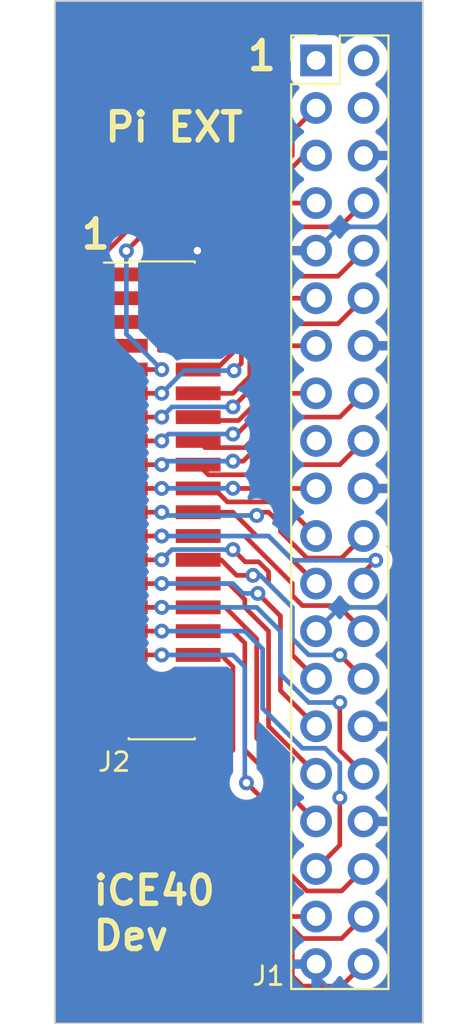
<source format=kicad_pcb>
(kicad_pcb (version 20221018) (generator pcbnew)
  (layers (0 "F.Cu" signal) (31 "B.Cu" signal) (34 "B.Paste" user) (35 "F.Paste" user) (36 "B.SilkS" user "B.Silkscreen") (37 "F.SilkS" user "F.Silkscreen") (38 "B.Mask" user) (39 "F.Mask" user) (44 "Edge.Cuts" user))
  (net 0 "")
  (net 3 "pin_3")
  (net 5 "pin_5")
  (net 6 "GND")
  (net 7 "pin_7")
  (net 8 "pin_8")
  (net 9 "pin_10")
  (net 10 "pin_11")
  (net 11 "pin_12")
  (net 12 "pin_13")
  (net 13 "pin_15")
  (net 14 "pin_16")
  (net 16 "pin_18")
  (net 17 "pin_19")
  (net 18 "pin_21")
  (net 19 "pin_22")
  (net 20 "pin_23")
  (net 21 "pin_24")
  (net 22 "pin_26")
  (net 23 "pin_27")
  (net 24 "pin_28")
  (net 25 "pin_29")
  (net 26 "pin_31")
  (net 27 "pin_32")
  (net 28 "pin_33")
  (net 29 "pin_35")
  (net 30 "pin_36")
  (net 31 "pin_37")
  (net 32 "pin_38")
  (net 33 "pin_40")
  (footprint "Connector_PinHeader_1.27mm:PinHeader_2x20_P1.27mm_Vertical_SMD" (layer "F.Cu") (at 136.525 97.155)
    (fp_text reference "J2" (at -2.54 13.97) (layer "F.SilkS"))
    (fp_text value "iCE40HX8K-EVB-EXT1")
    (fp_line (start -3.09 -12.695) (end -1.765 -12.695) (stroke (width 0.12)) (layer "F.SilkS"))
    (fp_line (start -1.765 -12.76) (end -1.765 -12.695) (stroke (width 0.12)) (layer "F.SilkS"))
    (fp_line (start -1.765 -12.76) (end 1.765 -12.76) (stroke (width 0.12)) (layer "F.SilkS"))
    (fp_line (start -1.765 12.695) (end -1.765 12.76) (stroke (width 0.12)) (layer "F.SilkS"))
    (fp_line (start -1.765 12.76) (end 1.765 12.76) (stroke (width 0.12)) (layer "F.SilkS"))
    (fp_line (start 1.765 -12.76) (end 1.765 -12.695) (stroke (width 0.12)) (layer "F.SilkS"))
    (fp_line (start 1.765 12.695) (end 1.765 12.76) (stroke (width 0.12)) (layer "F.SilkS"))
    (pad "1" smd rect (at -1.95 -12.065) (size 2.4 0.74) (layers "F.Cu" "F.Paste" "F.Mask"))
    (pad "2" smd rect (at 1.95 -12.065) (size 2.4 0.74) (layers "F.Cu" "F.Paste" "F.Mask") (net 6 "GND"))
    (pad "3" smd rect (at -1.95 -10.795) (size 2.4 0.74) (layers "F.Cu" "F.Paste" "F.Mask"))
    (pad "4" smd rect (at 1.95 -10.795) (size 2.4 0.74) (layers "F.Cu" "F.Paste" "F.Mask") (net 6 "GND"))
    (pad "5" smd rect (at -1.95 -9.525) (size 2.4 0.74) (layers "F.Cu" "F.Paste" "F.Mask"))
    (pad "6" smd rect (at 1.95 -9.525) (size 2.4 0.74) (layers "F.Cu" "F.Paste" "F.Mask"))
    (pad "7" smd rect (at -1.95 -8.255) (size 2.4 0.74) (layers "F.Cu" "F.Paste" "F.Mask") (net 3 "pin_3"))
    (pad "8" smd rect (at 1.95 -8.255) (size 2.4 0.74) (layers "F.Cu" "F.Paste" "F.Mask") (net 6 "GND"))
    (pad "9" smd rect (at -1.95 -6.985) (size 2.4 0.74) (layers "F.Cu" "F.Paste" "F.Mask") (net 5 "pin_5"))
    (pad "10" smd rect (at 1.95 -6.985) (size 2.4 0.74) (layers "F.Cu" "F.Paste" "F.Mask") (net 7 "pin_7"))
    (pad "11" smd rect (at -1.95 -5.715) (size 2.4 0.74) (layers "F.Cu" "F.Paste" "F.Mask") (net 8 "pin_8"))
    (pad "12" smd rect (at 1.95 -5.715) (size 2.4 0.74) (layers "F.Cu" "F.Paste" "F.Mask") (net 9 "pin_10"))
    (pad "13" smd rect (at -1.95 -4.445) (size 2.4 0.74) (layers "F.Cu" "F.Paste" "F.Mask") (net 10 "pin_11"))
    (pad "14" smd rect (at 1.95 -4.445) (size 2.4 0.74) (layers "F.Cu" "F.Paste" "F.Mask") (net 11 "pin_12"))
    (pad "15" smd rect (at -1.95 -3.175) (size 2.4 0.74) (layers "F.Cu" "F.Paste" "F.Mask") (net 12 "pin_13"))
    (pad "16" smd rect (at 1.95 -3.175) (size 2.4 0.74) (layers "F.Cu" "F.Paste" "F.Mask") (net 13 "pin_15"))
    (pad "17" smd rect (at -1.95 -1.905) (size 2.4 0.74) (layers "F.Cu" "F.Paste" "F.Mask") (net 14 "pin_16"))
    (pad "18" smd rect (at 1.95 -1.905) (size 2.4 0.74) (layers "F.Cu" "F.Paste" "F.Mask") (net 16 "pin_18"))
    (pad "19" smd rect (at -1.95 -0.635) (size 2.4 0.74) (layers "F.Cu" "F.Paste" "F.Mask") (net 17 "pin_19"))
    (pad "20" smd rect (at 1.95 -0.635) (size 2.4 0.74) (layers "F.Cu" "F.Paste" "F.Mask") (net 18 "pin_21"))
    (pad "21" smd rect (at -1.95 0.635) (size 2.4 0.74) (layers "F.Cu" "F.Paste" "F.Mask") (net 19 "pin_22"))
    (pad "22" smd rect (at 1.95 0.635) (size 2.4 0.74) (layers "F.Cu" "F.Paste" "F.Mask") (net 20 "pin_23"))
    (pad "23" smd rect (at -1.95 1.905) (size 2.4 0.74) (layers "F.Cu" "F.Paste" "F.Mask") (net 21 "pin_24"))
    (pad "24" smd rect (at 1.95 1.905) (size 2.4 0.74) (layers "F.Cu" "F.Paste" "F.Mask") (net 22 "pin_26"))
    (pad "25" smd rect (at -1.95 3.175) (size 2.4 0.74) (layers "F.Cu" "F.Paste" "F.Mask") (net 23 "pin_27"))
    (pad "26" smd rect (at 1.95 3.175) (size 2.4 0.74) (layers "F.Cu" "F.Paste" "F.Mask") (net 24 "pin_28"))
    (pad "27" smd rect (at -1.95 4.445) (size 2.4 0.74) (layers "F.Cu" "F.Paste" "F.Mask") (net 25 "pin_29"))
    (pad "28" smd rect (at 1.95 4.445) (size 2.4 0.74) (layers "F.Cu" "F.Paste" "F.Mask") (net 26 "pin_31"))
    (pad "29" smd rect (at -1.95 5.715) (size 2.4 0.74) (layers "F.Cu" "F.Paste" "F.Mask") (net 27 "pin_32"))
    (pad "30" smd rect (at 1.95 5.715) (size 2.4 0.74) (layers "F.Cu" "F.Paste" "F.Mask") (net 28 "pin_33"))
    (pad "31" smd rect (at -1.95 6.985) (size 2.4 0.74) (layers "F.Cu" "F.Paste" "F.Mask") (net 29 "pin_35"))
    (pad "32" smd rect (at 1.95 6.985) (size 2.4 0.74) (layers "F.Cu" "F.Paste" "F.Mask") (net 30 "pin_36"))
    (pad "33" smd rect (at -1.95 8.255) (size 2.4 0.74) (layers "F.Cu" "F.Paste" "F.Mask") (net 31 "pin_37"))
    (pad "34" smd rect (at 1.95 8.255) (size 2.4 0.74) (layers "F.Cu" "F.Paste" "F.Mask") (net 32 "pin_38"))
    (pad "35" smd rect (at -1.95 9.525) (size 2.4 0.74) (layers "F.Cu" "F.Paste" "F.Mask") (net 33 "pin_40"))
    (pad "36" smd rect (at 1.95 9.525) (size 2.4 0.74) (layers "F.Cu" "F.Paste" "F.Mask"))
    (pad "37" smd rect (at -1.95 10.795) (size 2.4 0.74) (layers "F.Cu" "F.Paste" "F.Mask"))
    (pad "38" smd rect (at 1.95 10.795) (size 2.4 0.74) (layers "F.Cu" "F.Paste" "F.Mask"))
    (pad "39" smd rect (at -1.95 12.065) (size 2.4 0.74) (layers "F.Cu" "F.Paste" "F.Mask"))
    (pad "40" smd rect (at 1.95 12.065) (size 2.4 0.74) (layers "F.Cu" "F.Paste" "F.Mask"))
  )
  (footprint "Connector_PinHeader_2.54mm:PinHeader_2x20_P2.54mm_Vertical" (layer "F.Cu") (at 144.78 73.66)
    (fp_text reference "J1" (at -2.54 48.895) (layer "F.SilkS"))
    (fp_text value "Raspberry_Pi_2_3")
    (fp_line (start -1.33 -1.33) (end 0 -1.33) (stroke (width 0.12)) (layer "F.SilkS"))
    (fp_line (start -1.33 0) (end -1.33 -1.33) (stroke (width 0.12)) (layer "F.SilkS"))
    (fp_line (start -1.33 1.27) (end -1.33 49.59) (stroke (width 0.12)) (layer "F.SilkS"))
    (fp_line (start -1.33 1.27) (end 1.27 1.27) (stroke (width 0.12)) (layer "F.SilkS"))
    (fp_line (start -1.33 49.59) (end 3.87 49.59) (stroke (width 0.12)) (layer "F.SilkS"))
    (fp_line (start 1.27 -1.33) (end 3.87 -1.33) (stroke (width 0.12)) (layer "F.SilkS"))
    (fp_line (start 1.27 1.27) (end 1.27 -1.33) (stroke (width 0.12)) (layer "F.SilkS"))
    (fp_line (start 3.87 -1.33) (end 3.87 49.59) (stroke (width 0.12)) (layer "F.SilkS"))
    (pad "1" thru_hole rect (at 0 0) (size 1.7 1.7) (drill 1) (layers "*.Cu" "*.Mask"))
    (pad "2" thru_hole oval (at 2.54 0) (size 1.7 1.7) (drill 1) (layers "*.Cu" "*.Mask"))
    (pad "3" thru_hole oval (at 0 2.54) (size 1.7 1.7) (drill 1) (layers "*.Cu" "*.Mask") (net 3 "pin_3"))
    (pad "4" thru_hole oval (at 2.54 2.54) (size 1.7 1.7) (drill 1) (layers "*.Cu" "*.Mask"))
    (pad "5" thru_hole oval (at 0 5.08) (size 1.7 1.7) (drill 1) (layers "*.Cu" "*.Mask") (net 5 "pin_5"))
    (pad "6" thru_hole oval (at 2.54 5.08) (size 1.7 1.7) (drill 1) (layers "*.Cu" "*.Mask") (net 6 "GND"))
    (pad "7" thru_hole oval (at 0 7.62) (size 1.7 1.7) (drill 1) (layers "*.Cu" "*.Mask") (net 7 "pin_7"))
    (pad "8" thru_hole oval (at 2.54 7.62) (size 1.7 1.7) (drill 1) (layers "*.Cu" "*.Mask") (net 8 "pin_8"))
    (pad "9" thru_hole oval (at 0 10.16) (size 1.7 1.7) (drill 1) (layers "*.Cu" "*.Mask") (net 6 "GND"))
    (pad "10" thru_hole oval (at 2.54 10.16) (size 1.7 1.7) (drill 1) (layers "*.Cu" "*.Mask") (net 9 "pin_10"))
    (pad "11" thru_hole oval (at 0 12.7) (size 1.7 1.7) (drill 1) (layers "*.Cu" "*.Mask") (net 10 "pin_11"))
    (pad "12" thru_hole oval (at 2.54 12.7) (size 1.7 1.7) (drill 1) (layers "*.Cu" "*.Mask") (net 11 "pin_12"))
    (pad "13" thru_hole oval (at 0 15.24) (size 1.7 1.7) (drill 1) (layers "*.Cu" "*.Mask") (net 12 "pin_13"))
    (pad "14" thru_hole oval (at 2.54 15.24) (size 1.7 1.7) (drill 1) (layers "*.Cu" "*.Mask") (net 6 "GND"))
    (pad "15" thru_hole oval (at 0 17.78) (size 1.7 1.7) (drill 1) (layers "*.Cu" "*.Mask") (net 13 "pin_15"))
    (pad "16" thru_hole oval (at 2.54 17.78) (size 1.7 1.7) (drill 1) (layers "*.Cu" "*.Mask") (net 14 "pin_16"))
    (pad "17" thru_hole oval (at 0 20.32) (size 1.7 1.7) (drill 1) (layers "*.Cu" "*.Mask"))
    (pad "18" thru_hole oval (at 2.54 20.32) (size 1.7 1.7) (drill 1) (layers "*.Cu" "*.Mask") (net 16 "pin_18"))
    (pad "19" thru_hole oval (at 0 22.86) (size 1.7 1.7) (drill 1) (layers "*.Cu" "*.Mask") (net 17 "pin_19"))
    (pad "20" thru_hole oval (at 2.54 22.86) (size 1.7 1.7) (drill 1) (layers "*.Cu" "*.Mask") (net 6 "GND"))
    (pad "21" thru_hole oval (at 0 25.4) (size 1.7 1.7) (drill 1) (layers "*.Cu" "*.Mask") (net 18 "pin_21"))
    (pad "22" thru_hole oval (at 2.54 25.4) (size 1.7 1.7) (drill 1) (layers "*.Cu" "*.Mask") (net 19 "pin_22"))
    (pad "23" thru_hole oval (at 0 27.94) (size 1.7 1.7) (drill 1) (layers "*.Cu" "*.Mask") (net 20 "pin_23"))
    (pad "24" thru_hole oval (at 2.54 27.94) (size 1.7 1.7) (drill 1) (layers "*.Cu" "*.Mask") (net 21 "pin_24"))
    (pad "25" thru_hole oval (at 0 30.48) (size 1.7 1.7) (drill 1) (layers "*.Cu" "*.Mask") (net 6 "GND"))
    (pad "26" thru_hole oval (at 2.54 30.48) (size 1.7 1.7) (drill 1) (layers "*.Cu" "*.Mask") (net 22 "pin_26"))
    (pad "27" thru_hole oval (at 0 33.02) (size 1.7 1.7) (drill 1) (layers "*.Cu" "*.Mask") (net 23 "pin_27"))
    (pad "28" thru_hole oval (at 2.54 33.02) (size 1.7 1.7) (drill 1) (layers "*.Cu" "*.Mask") (net 24 "pin_28"))
    (pad "29" thru_hole oval (at 0 35.56) (size 1.7 1.7) (drill 1) (layers "*.Cu" "*.Mask") (net 25 "pin_29"))
    (pad "30" thru_hole oval (at 2.54 35.56) (size 1.7 1.7) (drill 1) (layers "*.Cu" "*.Mask") (net 6 "GND"))
    (pad "31" thru_hole oval (at 0 38.1) (size 1.7 1.7) (drill 1) (layers "*.Cu" "*.Mask") (net 26 "pin_31"))
    (pad "32" thru_hole oval (at 2.54 38.1) (size 1.7 1.7) (drill 1) (layers "*.Cu" "*.Mask") (net 27 "pin_32"))
    (pad "33" thru_hole oval (at 0 40.64) (size 1.7 1.7) (drill 1) (layers "*.Cu" "*.Mask") (net 28 "pin_33"))
    (pad "34" thru_hole oval (at 2.54 40.64) (size 1.7 1.7) (drill 1) (layers "*.Cu" "*.Mask") (net 6 "GND"))
    (pad "35" thru_hole oval (at 0 43.18) (size 1.7 1.7) (drill 1) (layers "*.Cu" "*.Mask") (net 29 "pin_35"))
    (pad "36" thru_hole oval (at 2.54 43.18) (size 1.7 1.7) (drill 1) (layers "*.Cu" "*.Mask") (net 30 "pin_36"))
    (pad "37" thru_hole oval (at 0 45.72) (size 1.7 1.7) (drill 1) (layers "*.Cu" "*.Mask") (net 31 "pin_37"))
    (pad "38" thru_hole oval (at 2.54 45.72) (size 1.7 1.7) (drill 1) (layers "*.Cu" "*.Mask") (net 32 "pin_38"))
    (pad "39" thru_hole oval (at 0 48.26) (size 1.7 1.7) (drill 1) (layers "*.Cu" "*.Mask") (net 6 "GND"))
    (pad "40" thru_hole oval (at 2.54 48.26) (size 1.7 1.7) (drill 1) (layers "*.Cu" "*.Mask") (net 33 "pin_40"))
  )
  (gr_rect (start 130.81 70.485) (end 150.495 125.095) (stroke (width 0.1)) (fill none) (layer "Edge.Cuts"))
  (gr_text "1" (at 132.08 83.82) (layer "F.SilkS") (effects (font (size 1.5 1.5) (thickness 0.3) bold) (justify left bottom)))
  (gr_text "iCE40\nDev" (at 132.715 121.285) (layer "F.SilkS") (effects (font (size 1.5 1.5) (thickness 0.3) bold) (justify left bottom)))
  (gr_text "Pi EXT" (at 133.35 78.105) (layer "F.SilkS") (effects (font (size 1.5 1.5) (thickness 0.3) bold) (justify left bottom)))
  (gr_text "1" (at 140.97 74.295) (layer "F.SilkS") (effects (font (size 1.5 1.5) (thickness 0.3) bold) (justify left bottom)))
  (segment (start 132.715 88.265) (end 133.35 88.9) (width 0.25) (layer "F.Cu") (net 3))
  (segment (start 143.508604 78.738604) (end 139.698604 82.548604) (width 0.25) (layer "F.Cu") (net 3))
  (segment (start 134.896396 82.548604) (end 132.715 84.73) (width 0.25) (layer "F.Cu") (net 3))
  (segment (start 133.35 88.9) (end 134.575 88.9) (width 0.25) (layer "F.Cu") (net 3))
  (segment (start 132.715 84.73) (end 132.715 88.265) (width 0.25) (layer "F.Cu") (net 3))
  (segment (start 143.508604 77.471396) (end 143.508604 78.738604) (width 0.25) (layer "F.Cu") (net 3))
  (segment (start 139.698604 82.548604) (end 134.896396 82.548604) (width 0.25) (layer "F.Cu") (net 3))
  (segment (start 144.78 76.2) (end 143.508604 77.471396) (width 0.25) (layer "F.Cu") (net 3))
  (segment (start 135.374598 83.095) (end 139.788604 83.095) (width 0.25) (layer "F.Cu") (net 5))
  (segment (start 134.634799 83.834799) (end 135.374598 83.095) (width 0.25) (layer "F.Cu") (net 5))
  (segment (start 136.525 90.17) (end 134.575 90.17) (width 0.25) (layer "F.Cu") (net 5))
  (segment (start 139.788604 83.095) (end 144.143604 78.74) (width 0.25) (layer "F.Cu") (net 5))
  (segment (start 144.143604 78.74) (end 144.78 78.74) (width 0.25) (layer "F.Cu") (net 5))
  (via (at 136.525 90.17) (size 0.8) (drill 0.4) (layers "F.Cu" "B.Cu") (net 5))
  (via (at 134.634799 83.834799) (size 0.8) (drill 0.4) (layers "F.Cu" "B.Cu") (net 5))
  (segment (start 134.634799 88.279799) (end 136.525 90.17) (width 0.25) (layer "B.Cu") (net 5))
  (segment (start 134.634799 83.834799) (end 134.634799 88.279799) (width 0.25) (layer "B.Cu") (net 5))
  (segment (start 138.475 86.36) (end 138.475 85.09) (width 0.25) (layer "F.Cu") (net 6))
  (segment (start 136.525 88.265) (end 136.525 85.725) (width 0.25) (layer "F.Cu") (net 6))
  (segment (start 137.16 88.9) (end 136.525 88.265) (width 0.25) (layer "F.Cu") (net 6))
  (segment (start 137.16 85.09) (end 138.475 85.09) (width 0.25) (layer "F.Cu") (net 6))
  (segment (start 138.475 83.865) (end 138.43 83.82) (width 0.25) (layer "F.Cu") (net 6))
  (segment (start 138.475 88.9) (end 137.16 88.9) (width 0.25) (layer "F.Cu") (net 6))
  (segment (start 136.525 85.725) (end 137.16 85.09) (width 0.25) (layer "F.Cu") (net 6))
  (segment (start 138.475 85.09) (end 138.475 83.865) (width 0.25) (layer "F.Cu") (net 6))
  (via (at 138.43 83.82) (size 0.8) (drill 0.4) (layers "F.Cu" "B.Cu") (net 6))
  (segment (start 146.05 82.55) (end 149.225 82.55) (width 0.25) (layer "B.Cu") (net 6))
  (segment (start 147.32 88.9) (end 149.225 88.9) (width 0.25) (layer "B.Cu") (net 6))
  (segment (start 147.32 109.22) (end 149.225 109.22) (width 0.25) (layer "B.Cu") (net 6))
  (segment (start 147.32 114.3) (end 149.225 114.3) (width 0.25) (layer "B.Cu") (net 6))
  (segment (start 149.225 109.22) (end 149.225 114.3) (width 0.25) (layer "B.Cu") (net 6))
  (segment (start 138.43 83.82) (end 144.78 83.82) (width 0.25) (layer "B.Cu") (net 6))
  (segment (start 147.32 96.52) (end 149.225 96.52) (width 0.25) (layer "B.Cu") (net 6))
  (segment (start 147.32 78.74) (end 148.59 78.74) (width 0.25) (layer "B.Cu") (net 6))
  (segment (start 149.225 88.9) (end 149.225 96.52) (width 0.25) (layer "B.Cu") (net 6))
  (segment (start 146.05 123.825) (end 144.78 122.555) (width 0.25) (layer "B.Cu") (net 6))
  (segment (start 144.78 104.14) (end 146.05 102.87) (width 0.25) (layer "B.Cu") (net 6))
  (segment (start 149.225 82.55) (end 149.225 88.9) (width 0.25) (layer "B.Cu") (net 6))
  (segment (start 146.05 102.87) (end 149.225 102.87) (width 0.25) (layer "B.Cu") (net 6))
  (segment (start 148.59 123.825) (end 146.05 123.825) (width 0.25) (layer "B.Cu") (net 6))
  (segment (start 149.225 79.375) (end 149.225 82.55) (width 0.25) (layer "B.Cu") (net 6))
  (segment (start 144.78 83.82) (end 146.05 82.55) (width 0.25) (layer "B.Cu") (net 6))
  (segment (start 144.78 122.555) (end 144.78 121.92) (width 0.25) (layer "B.Cu") (net 6))
  (segment (start 149.225 123.19) (end 148.59 123.825) (width 0.25) (layer "B.Cu") (net 6))
  (segment (start 149.225 114.3) (end 149.225 123.19) (width 0.25) (layer "B.Cu") (net 6))
  (segment (start 149.225 102.87) (end 149.225 109.22) (width 0.25) (layer "B.Cu") (net 6))
  (segment (start 149.225 96.52) (end 149.225 102.87) (width 0.25) (layer "B.Cu") (net 6))
  (segment (start 148.59 78.74) (end 149.225 79.375) (width 0.25) (layer "B.Cu") (net 6))
  (segment (start 142.24 81.28) (end 140.335 83.185) (width 0.25) (layer "F.Cu") (net 7))
  (segment (start 144.78 81.28) (end 142.24 81.28) (width 0.25) (layer "F.Cu") (net 7))
  (segment (start 139.425 90.17) (end 138.475 90.17) (width 0.25) (layer "F.Cu") (net 7))
  (segment (start 140.335 83.185) (end 140.335 89.26) (width 0.25) (layer "F.Cu") (net 7))
  (segment (start 140.335 89.26) (end 139.425 90.17) (width 0.25) (layer "F.Cu") (net 7))
  (segment (start 146.049302 82.550698) (end 141.605698 82.550698) (width 0.25) (layer "F.Cu") (net 8))
  (segment (start 140.785 83.371396) (end 140.785 84.455) (width 0.25) (layer "F.Cu") (net 8))
  (segment (start 147.32 81.28) (end 146.049302 82.550698) (width 0.25) (layer "F.Cu") (net 8))
  (segment (start 141.605698 82.550698) (end 140.785 83.371396) (width 0.25) (layer "F.Cu") (net 8))
  (segment (start 136.525 91.44) (end 134.575 91.44) (width 0.25) (layer "F.Cu") (net 8))
  (segment (start 140.785 89.834598) (end 140.392299 90.227299) (width 0.25) (layer "F.Cu") (net 8))
  (segment (start 140.785 84.455) (end 140.785 89.834598) (width 0.25) (layer "F.Cu") (net 8))
  (via (at 140.392299 90.227299) (size 0.8) (drill 0.4) (layers "F.Cu" "B.Cu") (net 8))
  (via (at 136.525 91.44) (size 0.8) (drill 0.4) (layers "F.Cu" "B.Cu") (net 8))
  (segment (start 140.392299 90.227299) (end 137.737701 90.227299) (width 0.25) (layer "B.Cu") (net 8))
  (segment (start 137.737701 90.227299) (end 136.525 91.44) (width 0.25) (layer "B.Cu") (net 8))
  (segment (start 141.235 90.54) (end 140.335 91.44) (width 0.25) (layer "F.Cu") (net 9))
  (segment (start 140.335 91.44) (end 138.475 91.44) (width 0.25) (layer "F.Cu") (net 9))
  (segment (start 141.51 85.185) (end 141.235 85.46) (width 0.25) (layer "F.Cu") (net 9))
  (segment (start 145.955 85.185) (end 141.51 85.185) (width 0.25) (layer "F.Cu") (net 9))
  (segment (start 141.235 85.46) (end 141.235 90.54) (width 0.25) (layer "F.Cu") (net 9))
  (segment (start 147.32 83.82) (end 145.955 85.185) (width 0.25) (layer "F.Cu") (net 9))
  (segment (start 141.685 86.995) (end 141.685 90.8145) (width 0.25) (layer "F.Cu") (net 10))
  (segment (start 142.32 86.36) (end 141.685 86.995) (width 0.25) (layer "F.Cu") (net 10))
  (segment (start 144.78 86.36) (end 142.32 86.36) (width 0.25) (layer "F.Cu") (net 10))
  (segment (start 136.525 92.71) (end 134.575 92.71) (width 0.25) (layer "F.Cu") (net 10))
  (segment (start 141.685 90.8145) (end 140.335 92.1645) (width 0.25) (layer "F.Cu") (net 10))
  (via (at 140.335 92.1645) (size 0.8) (drill 0.4) (layers "F.Cu" "B.Cu") (net 10))
  (via (at 136.525 92.71) (size 0.8) (drill 0.4) (layers "F.Cu" "B.Cu") (net 10))
  (segment (start 140.335 92.1645) (end 137.0705 92.1645) (width 0.25) (layer "B.Cu") (net 10))
  (segment (start 137.0705 92.1645) (end 136.525 92.71) (width 0.25) (layer "B.Cu") (net 10))
  (segment (start 142.135 91.389805) (end 140.635305 92.8895) (width 0.25) (layer "F.Cu") (net 11))
  (segment (start 138.6545 92.8895) (end 138.475 92.71) (width 0.25) (layer "F.Cu") (net 11))
  (segment (start 145.955 87.725) (end 142.675 87.725) (width 0.25) (layer "F.Cu") (net 11))
  (segment (start 147.32 86.36) (end 145.955 87.725) (width 0.25) (layer "F.Cu") (net 11))
  (segment (start 142.135 88.265) (end 142.135 91.389805) (width 0.25) (layer "F.Cu") (net 11))
  (segment (start 140.635305 92.8895) (end 138.6545 92.8895) (width 0.25) (layer "F.Cu") (net 11))
  (segment (start 142.675 87.725) (end 142.135 88.265) (width 0.25) (layer "F.Cu") (net 11))
  (segment (start 144.78 88.9) (end 143.22 88.9) (width 0.25) (layer "F.Cu") (net 12))
  (segment (start 136.525 93.98) (end 134.575 93.98) (width 0.25) (layer "F.Cu") (net 12))
  (segment (start 143.22 88.9) (end 142.585 89.535) (width 0.25) (layer "F.Cu") (net 12))
  (segment (start 142.585 89.535) (end 142.585 91.576201) (width 0.25) (layer "F.Cu") (net 12))
  (segment (start 140.547201 93.614) (end 140.335 93.614) (width 0.25) (layer "F.Cu") (net 12))
  (segment (start 142.585 91.576201) (end 140.547201 93.614) (width 0.25) (layer "F.Cu") (net 12))
  (via (at 136.525 93.98) (size 0.8) (drill 0.4) (layers "F.Cu" "B.Cu") (net 12))
  (via (at 140.335 93.614) (size 0.8) (drill 0.4) (layers "F.Cu" "B.Cu") (net 12))
  (segment (start 136.891 93.614) (end 136.525 93.98) (width 0.25) (layer "B.Cu") (net 12))
  (segment (start 140.335 93.614) (end 136.891 93.614) (width 0.25) (layer "B.Cu") (net 12))
  (segment (start 141.846298 92.951299) (end 141.846298 93.462702) (width 0.25) (layer "F.Cu") (net 13))
  (segment (start 138.834 94.339) (end 138.475 93.98) (width 0.25) (layer "F.Cu") (net 13))
  (segment (start 144.78 91.44) (end 143.357597 91.44) (width 0.25) (layer "F.Cu") (net 13))
  (segment (start 140.97 94.339) (end 138.834 94.339) (width 0.25) (layer "F.Cu") (net 13))
  (segment (start 143.357597 91.44) (end 141.846298 92.951299) (width 0.25) (layer "F.Cu") (net 13))
  (segment (start 141.846298 93.462702) (end 140.97 94.339) (width 0.25) (layer "F.Cu") (net 13))
  (segment (start 142.296298 93.649098) (end 140.881896 95.0635) (width 0.25) (layer "F.Cu") (net 14))
  (segment (start 136.525 95.25) (end 134.575 95.25) (width 0.25) (layer "F.Cu") (net 14))
  (segment (start 142.296298 93.288702) (end 142.296298 93.345) (width 0.25) (layer "F.Cu") (net 14))
  (segment (start 140.881896 95.0635) (end 140.335 95.0635) (width 0.25) (layer "F.Cu") (net 14))
  (segment (start 142.296298 93.345) (end 142.296298 93.649098) (width 0.25) (layer "F.Cu") (net 14))
  (segment (start 147.32 91.44) (end 146.05 92.71) (width 0.25) (layer "F.Cu") (net 14))
  (segment (start 142.875 92.71) (end 142.296298 93.288702) (width 0.25) (layer "F.Cu") (net 14))
  (segment (start 146.05 92.71) (end 142.875 92.71) (width 0.25) (layer "F.Cu") (net 14))
  (via (at 140.335 95.0635) (size 0.8) (drill 0.4) (layers "F.Cu" "B.Cu") (net 14))
  (via (at 136.525 95.25) (size 0.8) (drill 0.4) (layers "F.Cu" "B.Cu") (net 14))
  (segment (start 140.335 95.0635) (end 136.7115 95.0635) (width 0.25) (layer "B.Cu") (net 14))
  (segment (start 136.7115 95.0635) (end 136.525 95.25) (width 0.25) (layer "B.Cu") (net 14))
  (segment (start 146.05 95.25) (end 141.605 95.25) (width 0.25) (layer "F.Cu") (net 16))
  (segment (start 147.32 93.98) (end 146.05 95.25) (width 0.25) (layer "F.Cu") (net 16))
  (segment (start 141.0665 95.7885) (end 139.0135 95.7885) (width 0.25) (layer "F.Cu") (net 16))
  (segment (start 141.605 95.25) (end 141.0665 95.7885) (width 0.25) (layer "F.Cu") (net 16))
  (segment (start 139.0135 95.7885) (end 138.475 95.25) (width 0.25) (layer "F.Cu") (net 16))
  (segment (start 144.78 96.52) (end 140.342 96.52) (width 0.25) (layer "F.Cu") (net 17))
  (segment (start 140.342 96.52) (end 140.335 96.513) (width 0.25) (layer "F.Cu") (net 17))
  (segment (start 136.525 96.52) (end 134.575 96.52) (width 0.25) (layer "F.Cu") (net 17))
  (via (at 136.525 96.52) (size 0.8) (drill 0.4) (layers "F.Cu" "B.Cu") (net 17))
  (via (at 140.335 96.513) (size 0.8) (drill 0.4) (layers "F.Cu" "B.Cu") (net 17))
  (segment (start 140.335 96.513) (end 136.532 96.513) (width 0.25) (layer "B.Cu") (net 17))
  (segment (start 136.532 96.513) (end 136.525 96.52) (width 0.25) (layer "B.Cu") (net 17))
  (segment (start 144.78 99.06) (end 142.875 97.155) (width 0.25) (layer "F.Cu") (net 18))
  (segment (start 142.875 97.155) (end 142.792 97.238) (width 0.25) (layer "F.Cu") (net 18))
  (segment (start 140.034695 97.238) (end 139.316695 96.52) (width 0.25) (layer "F.Cu") (net 18))
  (segment (start 142.792 97.238) (end 140.034695 97.238) (width 0.25) (layer "F.Cu") (net 18))
  (segment (start 139.316695 96.52) (end 138.475 96.52) (width 0.25) (layer "F.Cu") (net 18))
  (segment (start 136.525 97.79) (end 134.575 97.79) (width 0.25) (layer "F.Cu") (net 19))
  (segment (start 142.875 98.816701) (end 142.875 98.425) (width 0.25) (layer "F.Cu") (net 19))
  (segment (start 144.293299 100.235) (end 142.875 98.816701) (width 0.25) (layer "F.Cu") (net 19))
  (segment (start 142.875 98.425) (end 142.24 97.79) (width 0.25) (layer "F.Cu") (net 19))
  (segment (start 141.7775 97.79) (end 141.605 97.9625) (width 0.25) (layer "F.Cu") (net 19))
  (segment (start 142.24 97.79) (end 141.7775 97.79) (width 0.25) (layer "F.Cu") (net 19))
  (segment (start 146.145 100.235) (end 144.293299 100.235) (width 0.25) (layer "F.Cu") (net 19))
  (segment (start 147.32 99.06) (end 146.145 100.235) (width 0.25) (layer "F.Cu") (net 19))
  (via (at 141.605 97.9625) (size 0.8) (drill 0.4) (layers "F.Cu" "B.Cu") (net 19))
  (via (at 136.525 97.79) (size 0.8) (drill 0.4) (layers "F.Cu" "B.Cu") (net 19))
  (segment (start 136.6975 97.9625) (end 136.525 97.79) (width 0.25) (layer "B.Cu") (net 19))
  (segment (start 141.605 97.9625) (end 136.6975 97.9625) (width 0.25) (layer "B.Cu") (net 19))
  (segment (start 141.605 99.06) (end 140.335 97.79) (width 0.25) (layer "F.Cu") (net 20))
  (segment (start 140.335 97.79) (end 138.475 97.79) (width 0.25) (layer "F.Cu") (net 20))
  (segment (start 142.24 99.06) (end 141.605 99.06) (width 0.25) (layer "F.Cu") (net 20))
  (segment (start 144.78 101.6) (end 142.24 99.06) (width 0.25) (layer "F.Cu") (net 20))
  (segment (start 147.32 101.004711) (end 147.968237 100.356474) (width 0.25) (layer "F.Cu") (net 21))
  (segment (start 136.525 99.06) (end 134.575 99.06) (width 0.25) (layer "F.Cu") (net 21))
  (segment (start 147.32 101.6) (end 147.32 101.004711) (width 0.25) (layer "F.Cu") (net 21))
  (via (at 147.968237 100.356474) (size 0.8) (drill 0.4) (layers "F.Cu" "B.Cu") (net 21))
  (via (at 136.525 99.06) (size 0.8) (drill 0.4) (layers "F.Cu" "B.Cu") (net 21))
  (segment (start 143.51 100.33) (end 142.24 99.06) (width 0.25) (layer "B.Cu") (net 21))
  (segment (start 142.24 99.06) (end 136.525 99.06) (width 0.25) (layer "B.Cu") (net 21))
  (segment (start 147.968237 100.356474) (end 143.536474 100.356474) (width 0.25) (layer "B.Cu") (net 21))
  (segment (start 143.536474 100.356474) (end 143.51 100.33) (width 0.25) (layer "B.Cu") (net 21))
  (segment (start 141.606405 99.695698) (end 141.604302 99.695698) (width 0.25) (layer "F.Cu") (net 22))
  (segment (start 144.05 102.775) (end 145.955 102.775) (width 0.25) (layer "F.Cu") (net 22))
  (segment (start 143.51 102.235) (end 144.05 102.775) (width 0.25) (layer "F.Cu") (net 22))
  (segment (start 145.955 102.775) (end 147.32 104.14) (width 0.25) (layer "F.Cu") (net 22))
  (segment (start 143.51 102.235) (end 143.51 101.599293) (width 0.25) (layer "F.Cu") (net 22))
  (segment (start 138.475 99.06) (end 140.968604 99.06) (width 0.25) (layer "F.Cu") (net 22))
  (segment (start 143.51 101.599293) (end 141.606405 99.695698) (width 0.25) (layer "F.Cu") (net 22))
  (segment (start 141.604302 99.695698) (end 140.968604 99.06) (width 0.25) (layer "F.Cu") (net 22))
  (segment (start 141.709808 100.435497) (end 142.239302 100.964991) (width 0.25) (layer "F.Cu") (net 23))
  (segment (start 142.239302 100.964991) (end 142.239302 101.600698) (width 0.25) (layer "F.Cu") (net 23))
  (segment (start 143.509302 105.409302) (end 144.78 106.68) (width 0.25) (layer "F.Cu") (net 23))
  (segment (start 140.335 99.7845) (end 140.985997 100.435497) (width 0.25) (layer "F.Cu") (net 23))
  (segment (start 143.509302 102.870698) (end 143.509302 105.409302) (width 0.25) (layer "F.Cu") (net 23))
  (segment (start 142.239302 101.600698) (end 143.509302 102.870698) (width 0.25) (layer "F.Cu") (net 23))
  (segment (start 136.525 100.33) (end 134.575 100.33) (width 0.25) (layer "F.Cu") (net 23))
  (segment (start 140.985997 100.435497) (end 141.709808 100.435497) (width 0.25) (layer "F.Cu") (net 23))
  (via (at 136.525 100.33) (size 0.8) (drill 0.4) (layers "F.Cu" "B.Cu") (net 23))
  (via (at 140.335 99.7845) (size 0.8) (drill 0.4) (layers "F.Cu" "B.Cu") (net 23))
  (segment (start 140.335 99.7845) (end 137.0705 99.7845) (width 0.25) (layer "B.Cu") (net 23))
  (segment (start 137.0705 99.7845) (end 136.525 100.33) (width 0.25) (layer "B.Cu") (net 23))
  (segment (start 141.409503 101.160497) (end 140.530497 101.160497) (width 0.25) (layer "F.Cu") (net 24))
  (segment (start 147.32 106.68) (end 146.05 105.41) (width 0.25) (layer "F.Cu") (net 24))
  (segment (start 139.7 100.33) (end 138.475 100.33) (width 0.25) (layer "F.Cu") (net 24))
  (segment (start 140.530497 101.160497) (end 139.7 100.33) (width 0.25) (layer "F.Cu") (net 24))
  (via (at 146.05 105.41) (size 0.8) (drill 0.4) (layers "F.Cu" "B.Cu") (net 24))
  (via (at 141.409503 101.160497) (size 0.8) (drill 0.4) (layers "F.Cu" "B.Cu") (net 24))
  (segment (start 141.800497 101.160497) (end 141.409503 101.160497) (width 0.25) (layer "B.Cu") (net 24))
  (segment (start 146.05 105.41) (end 144.388299 105.41) (width 0.25) (layer "B.Cu") (net 24))
  (segment (start 144.388299 105.41) (end 143.51 104.531701) (width 0.25) (layer "B.Cu") (net 24))
  (segment (start 143.51 104.531701) (end 143.51 102.87) (width 0.25) (layer "B.Cu") (net 24))
  (segment (start 143.51 102.87) (end 141.800497 101.160497) (width 0.25) (layer "B.Cu") (net 24))
  (segment (start 142.875 107.315) (end 142.875 103.505) (width 0.25) (layer "F.Cu") (net 25))
  (segment (start 136.525 101.6) (end 134.575 101.6) (width 0.25) (layer "F.Cu") (net 25))
  (segment (start 142.875 103.330592) (end 141.669893 102.125485) (width 0.25) (layer "F.Cu") (net 25))
  (segment (start 142.875 103.505) (end 142.875 103.330592) (width 0.25) (layer "F.Cu") (net 25))
  (segment (start 144.78 109.22) (end 142.875 107.315) (width 0.25) (layer "F.Cu") (net 25))
  (via (at 136.525 101.6) (size 0.8) (drill 0.4) (layers "F.Cu" "B.Cu") (net 25))
  (via (at 141.669893 102.125485) (size 0.8) (drill 0.4) (layers "F.Cu" "B.Cu") (net 25))
  (segment (start 140.860485 102.125485) (end 140.335 101.6) (width 0.25) (layer "B.Cu") (net 25))
  (segment (start 141.669893 102.125485) (end 140.860485 102.125485) (width 0.25) (layer "B.Cu") (net 25))
  (segment (start 140.335 101.6) (end 136.525 101.6) (width 0.25) (layer "B.Cu") (net 25))
  (segment (start 142.24 104.14) (end 140.97 102.87) (width 0.25) (layer "F.Cu") (net 26))
  (segment (start 140.119103 101.6) (end 138.475 101.6) (width 0.25) (layer "F.Cu") (net 26))
  (segment (start 142.24 109.22) (end 142.24 104.14) (width 0.25) (layer "F.Cu") (net 26))
  (segment (start 144.78 111.76) (end 142.24 109.22) (width 0.25) (layer "F.Cu") (net 26))
  (segment (start 140.97 102.87) (end 140.97 102.450897) (width 0.25) (layer "F.Cu") (net 26))
  (segment (start 140.97 102.450897) (end 140.119103 101.6) (width 0.25) (layer "F.Cu") (net 26))
  (segment (start 146.05 110.49) (end 146.05 107.95) (width 0.25) (layer "F.Cu") (net 27))
  (segment (start 136.525 102.87) (end 134.575 102.87) (width 0.25) (layer "F.Cu") (net 27))
  (segment (start 147.32 111.76) (end 146.05 110.49) (width 0.25) (layer "F.Cu") (net 27))
  (via (at 146.05 107.95) (size 0.8) (drill 0.4) (layers "F.Cu" "B.Cu") (net 27))
  (via (at 136.525 102.87) (size 0.8) (drill 0.4) (layers "F.Cu" "B.Cu") (net 27))
  (segment (start 141.605 102.87) (end 136.525 102.87) (width 0.25) (layer "B.Cu") (net 27))
  (segment (start 144.388299 107.95) (end 142.875 106.436701) (width 0.25) (layer "B.Cu") (net 27))
  (segment (start 146.05 107.95) (end 144.388299 107.95) (width 0.25) (layer "B.Cu") (net 27))
  (segment (start 141.605 102.87) (end 142.875 104.14) (width 0.25) (layer "B.Cu") (net 27))
  (segment (start 142.875 106.436701) (end 142.875 104.14) (width 0.25) (layer "B.Cu") (net 27))
  (segment (start 139.925 102.87) (end 138.475 102.87) (width 0.25) (layer "F.Cu") (net 28))
  (segment (start 142.875 112.395) (end 142.875 111.125) (width 0.25) (layer "F.Cu") (net 28))
  (segment (start 141.605 109.855) (end 141.605 104.55) (width 0.25) (layer "F.Cu") (net 28))
  (segment (start 141.605 104.55) (end 139.925 102.87) (width 0.25) (layer "F.Cu") (net 28))
  (segment (start 144.78 114.3) (end 142.875 112.395) (width 0.25) (layer "F.Cu") (net 28))
  (segment (start 142.875 111.125) (end 141.605 109.855) (width 0.25) (layer "F.Cu") (net 28))
  (segment (start 146.05 115.57) (end 146.05 113.03) (width 0.25) (layer "F.Cu") (net 29))
  (segment (start 144.78 116.84) (end 146.05 115.57) (width 0.25) (layer "F.Cu") (net 29))
  (segment (start 136.525 104.14) (end 134.575 104.14) (width 0.25) (layer "F.Cu") (net 29))
  (via (at 146.05 113.03) (size 0.8) (drill 0.4) (layers "F.Cu" "B.Cu") (net 29))
  (via (at 136.525 104.14) (size 0.8) (drill 0.4) (layers "F.Cu" "B.Cu") (net 29))
  (segment (start 144.05 110.395) (end 141.9225 108.2675) (width 0.25) (layer "B.Cu") (net 29))
  (segment (start 146.05 113.03) (end 146.05 111.178299) (width 0.25) (layer "B.Cu") (net 29))
  (segment (start 146.05 111.178299) (end 145.266701 110.395) (width 0.25) (layer "B.Cu") (net 29))
  (segment (start 140.97 104.14) (end 136.525 104.14) (width 0.25) (layer "B.Cu") (net 29))
  (segment (start 141.9225 108.2675) (end 141.9225 105.0925) (width 0.25) (layer "B.Cu") (net 29))
  (segment (start 145.266701 110.395) (end 144.05 110.395) (width 0.25) (layer "B.Cu") (net 29))
  (segment (start 141.9225 105.0925) (end 140.97 104.14) (width 0.25) (layer "B.Cu") (net 29))
  (segment (start 146.145 118.015) (end 144.293299 118.015) (width 0.25) (layer "F.Cu") (net 30))
  (segment (start 143.325 113.481396) (end 142.239302 112.395698) (width 0.25) (layer "F.Cu") (net 30))
  (segment (start 143.325 117.046701) (end 143.325 113.481396) (width 0.25) (layer "F.Cu") (net 30))
  (segment (start 147.32 116.84) (end 146.145 118.015) (width 0.25) (layer "F.Cu") (net 30))
  (segment (start 142.239302 112.395698) (end 142.239302 111.759302) (width 0.25) (layer "F.Cu") (net 30))
  (segment (start 140.97 104.775) (end 140.335 104.14) (width 0.25) (layer "F.Cu") (net 30))
  (segment (start 144.293299 118.015) (end 143.325 117.046701) (width 0.25) (layer "F.Cu") (net 30))
  (segment (start 140.335 104.14) (end 138.475 104.14) (width 0.25) (layer "F.Cu") (net 30))
  (segment (start 140.97 110.49) (end 140.97 104.775) (width 0.25) (layer "F.Cu") (net 30))
  (segment (start 142.239302 111.759302) (end 140.97 110.49) (width 0.25) (layer "F.Cu") (net 30))
  (segment (start 143.511396 119.38) (end 142.875 118.743604) (width 0.25) (layer "F.Cu") (net 31))
  (segment (start 142.875 114.055996) (end 141.05903 112.240026) (width 0.25) (layer "F.Cu") (net 31))
  (segment (start 142.875 118.743604) (end 142.875 114.055996) (width 0.25) (layer "F.Cu") (net 31))
  (segment (start 144.78 119.38) (end 143.511396 119.38) (width 0.25) (layer "F.Cu") (net 31))
  (segment (start 136.525 105.41) (end 134.575 105.41) (width 0.25) (layer "F.Cu") (net 31))
  (via (at 141.05903 112.240026) (size 0.8) (drill 0.4) (layers "F.Cu" "B.Cu") (net 31))
  (via (at 136.525 105.41) (size 0.8) (drill 0.4) (layers "F.Cu" "B.Cu") (net 31))
  (segment (start 140.97 112.150996) (end 141.05903 112.240026) (width 0.25) (layer "B.Cu") (net 31))
  (segment (start 140.97 106.045) (end 140.97 112.150996) (width 0.25) (layer "B.Cu") (net 31))
  (segment (start 140.335 105.41) (end 140.97 106.045) (width 0.25) (layer "B.Cu") (net 31))
  (segment (start 136.525 105.41) (end 140.335 105.41) (width 0.25) (layer "B.Cu") (net 31))
  (segment (start 139.7 111.125) (end 140.335 110.49) (width 0.25) (layer "F.Cu") (net 32))
  (segment (start 139.7 105.41) (end 138.475 105.41) (width 0.25) (layer "F.Cu") (net 32))
  (segment (start 142.24 118.745) (end 142.24 114.935) (width 0.25) (layer "F.Cu") (net 32))
  (segment (start 140.335 110.49) (end 140.335 106.045) (width 0.25) (layer "F.Cu") (net 32))
  (segment (start 140.335 106.045) (end 139.7 105.41) (width 0.25) (layer "F.Cu") (net 32))
  (segment (start 139.7 112.395) (end 139.7 111.125) (width 0.25) (layer "F.Cu") (net 32))
  (segment (start 147.32 119.38) (end 146.145 120.555) (width 0.25) (layer "F.Cu") (net 32))
  (segment (start 144.05 120.555) (end 142.24 118.745) (width 0.25) (layer "F.Cu") (net 32))
  (segment (start 146.145 120.555) (end 144.05 120.555) (width 0.25) (layer "F.Cu") (net 32))
  (segment (start 142.24 114.935) (end 139.7 112.395) (width 0.25) (layer "F.Cu") (net 32))
  (segment (start 146.145 123.095) (end 144.05 123.095) (width 0.25) (layer "F.Cu") (net 33))
  (segment (start 139.065 110.49) (end 139.005 110.49) (width 0.25) (layer "F.Cu") (net 33))
  (segment (start 141.604302 115.569302) (end 139.065 113.03) (width 0.25) (layer "F.Cu") (net 33))
  (segment (start 136.525 109.49) (end 136.525 107.315) (width 0.25) (layer "F.Cu") (net 33))
  (segment (start 138.43 109.915) (end 136.95 109.915) (width 0.25) (layer "F.Cu") (net 33))
  (segment (start 136.525 107.315) (end 135.89 106.68) (width 0.25) (layer "F.Cu") (net 33))
  (segment (start 139.065 113.03) (end 139.065 110.49) (width 0.25) (layer "F.Cu") (net 33))
  (segment (start 136.95 109.915) (end 136.525 109.49) (width 0.25) (layer "F.Cu") (net 33))
  (segment (start 143.509302 122.554302) (end 143.509302 120.650698) (width 0.25) (layer "F.Cu") (net 33))
  (segment (start 143.509302 120.650698) (end 141.604302 118.745698) (width 0.25) (layer "F.Cu") (net 33))
  (segment (start 135.89 106.68) (end 134.575 106.68) (width 0.25) (layer "F.Cu") (net 33))
  (segment (start 147.32 121.92) (end 146.145 123.095) (width 0.25) (layer "F.Cu") (net 33))
  (segment (start 144.05 123.095) (end 143.509302 122.554302) (width 0.25) (layer "F.Cu") (net 33))
  (segment (start 139.005 110.49) (end 138.43 109.915) (width 0.25) (layer "F.Cu") (net 33))
  (segment (start 141.604302 118.745698) (end 141.604302 115.569302) (width 0.25) (layer "F.Cu") (net 33))
  (zone (net 6) (net_name "GND") (layer "F.Cu") (priority 1) (connect_pads (clearance 0.5)) (min_thickness 0.25) (fill yes (thermal_gap 0.5) (thermal_bridge_width 0.5))
    (polygon (pts (xy 130.81 70.485) (xy 150.495 70.485) (xy 150.495 125.095) (xy 130.81 125.095)))
  )
  (zone (net 6) (net_name "GND") (layer "B.Cu") (connect_pads (clearance 0.5)) (min_thickness 0.25) (fill yes (thermal_gap 0.5) (thermal_bridge_width 0.5))
    (polygon (pts (xy 130.81 70.485) (xy 150.495 70.485) (xy 150.495 125.095) (xy 130.81 125.095)))
  )
)
</source>
